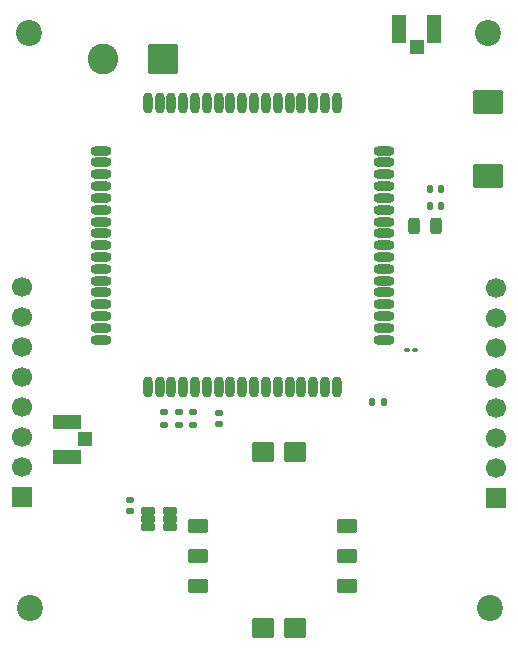
<source format=gbr>
G04 #@! TF.GenerationSoftware,KiCad,Pcbnew,9.0.5*
G04 #@! TF.CreationDate,2025-12-11T22:36:07+05:30*
G04 #@! TF.ProjectId,GPS_with_STM32,4750535f-7769-4746-985f-53544d33322e,rev?*
G04 #@! TF.SameCoordinates,Original*
G04 #@! TF.FileFunction,Soldermask,Bot*
G04 #@! TF.FilePolarity,Negative*
%FSLAX46Y46*%
G04 Gerber Fmt 4.6, Leading zero omitted, Abs format (unit mm)*
G04 Created by KiCad (PCBNEW 9.0.5) date 2025-12-11 22:36:07*
%MOMM*%
%LPD*%
G01*
G04 APERTURE LIST*
G04 Aperture macros list*
%AMRoundRect*
0 Rectangle with rounded corners*
0 $1 Rounding radius*
0 $2 $3 $4 $5 $6 $7 $8 $9 X,Y pos of 4 corners*
0 Add a 4 corners polygon primitive as box body*
4,1,4,$2,$3,$4,$5,$6,$7,$8,$9,$2,$3,0*
0 Add four circle primitives for the rounded corners*
1,1,$1+$1,$2,$3*
1,1,$1+$1,$4,$5*
1,1,$1+$1,$6,$7*
1,1,$1+$1,$8,$9*
0 Add four rect primitives between the rounded corners*
20,1,$1+$1,$2,$3,$4,$5,0*
20,1,$1+$1,$4,$5,$6,$7,0*
20,1,$1+$1,$6,$7,$8,$9,0*
20,1,$1+$1,$8,$9,$2,$3,0*%
G04 Aperture macros list end*
%ADD10R,1.700000X1.700000*%
%ADD11C,1.700000*%
%ADD12RoundRect,0.250000X1.050000X1.050000X-1.050000X1.050000X-1.050000X-1.050000X1.050000X-1.050000X0*%
%ADD13C,2.600000*%
%ADD14C,2.200000*%
%ADD15RoundRect,0.135000X-0.185000X0.135000X-0.185000X-0.135000X0.185000X-0.135000X0.185000X0.135000X0*%
%ADD16RoundRect,0.102000X0.525000X1.100000X-0.525000X1.100000X-0.525000X-1.100000X0.525000X-1.100000X0*%
%ADD17RoundRect,0.102000X0.525000X0.500000X-0.525000X0.500000X-0.525000X-0.500000X0.525000X-0.500000X0*%
%ADD18RoundRect,0.250000X1.045000X-0.785000X1.045000X0.785000X-1.045000X0.785000X-1.045000X-0.785000X0*%
%ADD19RoundRect,0.140000X0.140000X0.170000X-0.140000X0.170000X-0.140000X-0.170000X0.140000X-0.170000X0*%
%ADD20RoundRect,0.102000X-1.100000X0.525000X-1.100000X-0.525000X1.100000X-0.525000X1.100000X0.525000X0*%
%ADD21RoundRect,0.102000X-0.500000X0.525000X-0.500000X-0.525000X0.500000X-0.525000X0.500000X0.525000X0*%
%ADD22RoundRect,0.140000X-0.170000X0.140000X-0.170000X-0.140000X0.170000X-0.140000X0.170000X0.140000X0*%
%ADD23RoundRect,0.100000X0.130000X0.100000X-0.130000X0.100000X-0.130000X-0.100000X0.130000X-0.100000X0*%
%ADD24O,1.804000X0.804000*%
%ADD25O,0.804000X1.804000*%
%ADD26RoundRect,0.102000X0.750000X-0.500000X0.750000X0.500000X-0.750000X0.500000X-0.750000X-0.500000X0*%
%ADD27RoundRect,0.102000X0.800000X-0.750000X0.800000X0.750000X-0.800000X0.750000X-0.800000X-0.750000X0*%
%ADD28RoundRect,0.243750X0.243750X0.456250X-0.243750X0.456250X-0.243750X-0.456250X0.243750X-0.456250X0*%
%ADD29RoundRect,0.135000X0.135000X0.185000X-0.135000X0.185000X-0.135000X-0.185000X0.135000X-0.185000X0*%
%ADD30RoundRect,0.148500X0.483500X0.148500X-0.483500X0.148500X-0.483500X-0.148500X0.483500X-0.148500X0*%
G04 APERTURE END LIST*
D10*
X96656505Y-77903590D03*
D11*
X96656505Y-75363590D03*
X96656505Y-72823590D03*
X96656505Y-70283590D03*
X96656505Y-67743590D03*
X96656505Y-65203590D03*
X96656505Y-62663590D03*
X96656505Y-60123590D03*
D12*
X68469646Y-40753531D03*
D13*
X63389646Y-40753531D03*
D14*
X57151853Y-38555947D03*
X95977359Y-38523319D03*
X57217677Y-87246116D03*
D10*
X56556455Y-77833363D03*
D11*
X56556455Y-75293363D03*
X56556455Y-72753363D03*
X56556455Y-70213363D03*
X56556455Y-67673363D03*
X56556455Y-65133363D03*
X56556455Y-62593363D03*
X56556455Y-60053363D03*
D14*
X96128598Y-87254970D03*
D15*
X70973208Y-70691753D03*
X70973208Y-71711753D03*
D16*
X91400000Y-38250000D03*
X88450000Y-38250000D03*
D17*
X89925000Y-39775000D03*
D15*
X69789902Y-70689999D03*
X69789902Y-71709999D03*
X68570629Y-70689999D03*
X68570629Y-71709999D03*
D18*
X95950000Y-50670000D03*
X95950000Y-44430000D03*
D19*
X92017080Y-51808560D03*
X91057080Y-51808560D03*
D20*
X60291219Y-71492155D03*
X60291219Y-74442155D03*
D21*
X61816219Y-72967155D03*
D19*
X92019267Y-53201232D03*
X91059267Y-53201232D03*
D22*
X65644534Y-78113119D03*
X65644534Y-79073119D03*
D23*
X89795000Y-65375000D03*
X89155000Y-65375000D03*
D24*
X87174646Y-48526031D03*
X87174646Y-49526031D03*
X87174646Y-50526031D03*
X87174646Y-51526031D03*
X87174646Y-52526031D03*
X87174646Y-53526031D03*
X87174646Y-54526031D03*
X87174646Y-55526031D03*
X87174646Y-56526031D03*
X87174646Y-57526031D03*
X87174646Y-58526031D03*
X87174646Y-59526031D03*
X87174646Y-60526031D03*
X87174646Y-61526031D03*
X87174646Y-62526031D03*
X87174646Y-63526031D03*
X87174646Y-64526031D03*
D25*
X83174646Y-68526031D03*
X82174646Y-68526031D03*
X81174646Y-68526031D03*
X80174646Y-68526031D03*
X79174646Y-68526031D03*
X78174646Y-68526031D03*
X77174646Y-68526031D03*
X76174646Y-68526031D03*
X75174646Y-68526031D03*
X74174646Y-68526031D03*
X73174646Y-68526031D03*
X72174646Y-68526031D03*
X71174646Y-68526031D03*
X70174646Y-68526031D03*
X69174646Y-68526031D03*
X68174646Y-68526031D03*
X67174646Y-68526031D03*
D24*
X63174646Y-64526031D03*
X63174646Y-63526031D03*
X63174646Y-62526031D03*
X63174646Y-61526031D03*
X63174646Y-60526031D03*
X63174646Y-59526031D03*
X63174646Y-58526031D03*
X63174646Y-57526031D03*
X63174646Y-56526031D03*
X63174646Y-55526031D03*
X63174646Y-54526031D03*
X63174646Y-53526031D03*
X63174646Y-52526031D03*
X63174646Y-51526031D03*
X63174646Y-50526031D03*
X63174646Y-49526031D03*
X63174646Y-48526031D03*
D25*
X67174646Y-44526031D03*
X68174646Y-44526031D03*
X69174646Y-44526031D03*
X70174646Y-44526031D03*
X71174646Y-44526031D03*
X72174646Y-44526031D03*
X73174646Y-44526031D03*
X74174646Y-44526031D03*
X75174646Y-44526031D03*
X76174646Y-44526031D03*
X77174646Y-44526031D03*
X78174646Y-44526031D03*
X79174646Y-44526031D03*
X80174646Y-44526031D03*
X81174646Y-44526031D03*
X82174646Y-44526031D03*
X83174646Y-44526031D03*
D26*
X84015927Y-85418247D03*
X84015927Y-82878247D03*
X84015927Y-80338247D03*
X71415927Y-85418247D03*
X71415927Y-82878247D03*
X71415927Y-80338247D03*
D27*
X76965927Y-74068247D03*
X79665927Y-74068247D03*
X76965927Y-88968247D03*
X79665927Y-88968247D03*
D22*
X73229426Y-70713642D03*
X73229426Y-71673642D03*
D28*
X91547822Y-54883875D03*
X89672822Y-54883875D03*
D29*
X87169299Y-69842856D03*
X86149299Y-69842856D03*
D30*
X69021985Y-79062201D03*
X69021985Y-79712201D03*
X69021985Y-80362201D03*
X67151985Y-80362201D03*
X67151985Y-79712201D03*
X67151985Y-79062201D03*
M02*

</source>
